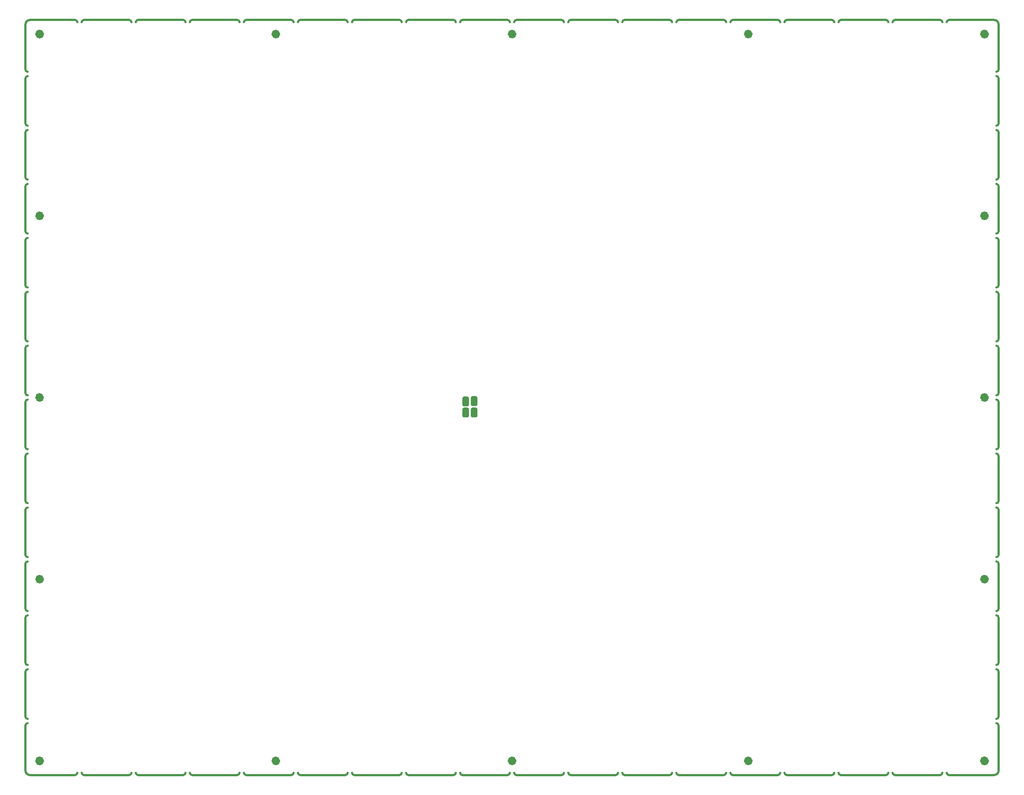
<source format=gbp>
G04 #@! TF.GenerationSoftware,KiCad,Pcbnew,7.0.1.1-36-gbcf78dbe24-dirty-deb11*
G04 #@! TF.CreationDate,2023-05-13T09:09:28+00:00*
G04 #@! TF.ProjectId,stencil,7374656e-6369-46c2-9e6b-696361645f70,2.0.0*
G04 #@! TF.SameCoordinates,Original*
G04 #@! TF.FileFunction,Paste,Bot*
G04 #@! TF.FilePolarity,Positive*
%FSLAX46Y46*%
G04 Gerber Fmt 4.6, Leading zero omitted, Abs format (unit mm)*
G04 Created by KiCad (PCBNEW 7.0.1.1-36-gbcf78dbe24-dirty-deb11) date 2023-05-13 09:09:28*
%MOMM*%
%LPD*%
G01*
G04 APERTURE LIST*
G04 Aperture macros list*
%AMRoundRect*
0 Rectangle with rounded corners*
0 $1 Rounding radius*
0 $2 $3 $4 $5 $6 $7 $8 $9 X,Y pos of 4 corners*
0 Add a 4 corners polygon primitive as box body*
4,1,4,$2,$3,$4,$5,$6,$7,$8,$9,$2,$3,0*
0 Add four circle primitives for the rounded corners*
1,1,$1+$1,$2,$3*
1,1,$1+$1,$4,$5*
1,1,$1+$1,$6,$7*
1,1,$1+$1,$8,$9*
0 Add four rect primitives between the rounded corners*
20,1,$1+$1,$2,$3,$4,$5,0*
20,1,$1+$1,$4,$5,$6,$7,0*
20,1,$1+$1,$6,$7,$8,$9,0*
20,1,$1+$1,$8,$9,$2,$3,0*%
G04 Aperture macros list end*
%ADD10C,0.500000*%
%ADD11C,1.000000*%
%ADD12C,1.050000*%
%ADD13RoundRect,0.381000X0.381000X-0.762000X0.381000X0.762000X-0.381000X0.762000X-0.381000X-0.762000X0*%
G04 APERTURE END LIST*
D10*
X109388900Y139000000D02*
G75*
G03*
X108888884Y139500000I-500000J0D01*
G01*
X197000000Y138500000D02*
G75*
G03*
X196000000Y139500000I-1000000J0D01*
G01*
X47166700Y139000000D02*
G75*
G03*
X46666664Y139500000I-500000J0D01*
G01*
X85500000Y-34000000D02*
G75*
G03*
X85999996Y-34500000I500000J0D01*
G01*
D11*
X194250000Y94375000D02*
G75*
G03*
X194250000Y94375000I-500000J0D01*
G01*
D10*
X11333332Y139499968D02*
G75*
G03*
X10833332Y139000000I-32J-499968D01*
G01*
D11*
X-23250000Y94375000D02*
G75*
G03*
X-23250000Y94375000I-500000J0D01*
G01*
D10*
X-27000000Y1785719D02*
X-27000000Y-8642852D01*
X83999996Y-34499996D02*
G75*
G03*
X84499996Y-34000000I4J499996D01*
G01*
X147722200Y-34000000D02*
G75*
G03*
X148222216Y-34500000I500000J0D01*
G01*
X-15555556Y-34500004D02*
G75*
G03*
X-15055556Y-34000000I-4J500004D01*
G01*
X171111104Y-34500004D02*
G75*
G03*
X171611104Y-34000000I-4J500004D01*
G01*
X-27000000Y113642858D02*
X-27000000Y103214287D01*
X197000048Y-10642852D02*
G75*
G03*
X196500000Y-10142852I-500048J-48D01*
G01*
X-27000000Y90785716D02*
G75*
G03*
X-26500000Y90285716I500001J1D01*
G01*
X-27000000Y26642861D02*
X-27000000Y16214290D01*
X-26500000Y14714290D02*
G75*
G03*
X-27000000Y14214290I1J-500001D01*
G01*
X98444440Y139500000D02*
X108888884Y139500000D01*
X21777776Y-34499976D02*
G75*
G03*
X22277776Y-34000000I24J499976D01*
G01*
X-27000000Y53500003D02*
G75*
G03*
X-26500000Y53000003I500001J1D01*
G01*
X-27000000Y78357145D02*
G75*
G03*
X-26500000Y77857145I500001J1D01*
G01*
X61111108Y139500000D02*
X71555552Y139500000D01*
X-27000000Y103214287D02*
G75*
G03*
X-26500000Y102714287I500001J1D01*
G01*
X196999958Y113642858D02*
G75*
G03*
X196500000Y114142858I-499958J42D01*
G01*
X85999996Y139500000D02*
X96444440Y139500000D01*
X-27000000Y138500000D02*
X-27000000Y128071429D01*
X34222220Y-34500020D02*
G75*
G03*
X34722220Y-34000000I-20J500020D01*
G01*
X9333332Y-34500032D02*
G75*
G03*
X9833332Y-34000000I-32J500032D01*
G01*
X197000019Y1785719D02*
G75*
G03*
X196500000Y2285719I-500019J-19D01*
G01*
X9833300Y139000000D02*
G75*
G03*
X9333332Y139500000I-500000J0D01*
G01*
X196500000Y3285700D02*
G75*
G03*
X197000000Y3785719I0J500000D01*
G01*
X185555548Y139499952D02*
G75*
G03*
X185055548Y139000000I-48J-499952D01*
G01*
X-15055560Y139000000D02*
G75*
G03*
X-15555556Y139500000I-500000J0D01*
G01*
D11*
X194250000Y52500000D02*
G75*
G03*
X194250000Y52500000I-500000J0D01*
G01*
D10*
X197000000Y51500003D02*
X197000000Y41071432D01*
X48666664Y139500000D02*
X59111108Y139500000D01*
X-27000000Y63928574D02*
X-27000000Y53500003D01*
X-26500000Y-22571423D02*
G75*
G03*
X-27000000Y-23071423I1J-500001D01*
G01*
X173111104Y-34500000D02*
X183555548Y-34500000D01*
X135777772Y139500028D02*
G75*
G03*
X135277772Y139000000I28J-500028D01*
G01*
X196500000Y-9142900D02*
G75*
G03*
X197000000Y-8642852I0J500000D01*
G01*
X197000000Y76357145D02*
X197000000Y65928574D01*
X96444440Y-34500040D02*
G75*
G03*
X96944440Y-34000000I-40J500040D01*
G01*
X197000045Y76357145D02*
G75*
G03*
X196500000Y76857145I-500045J-45D01*
G01*
X59111108Y-34500008D02*
G75*
G03*
X59611108Y-34000000I-8J500008D01*
G01*
X171611100Y139000000D02*
G75*
G03*
X171111104Y139500000I-500000J0D01*
G01*
X85999996Y-34500000D02*
X96444440Y-34500000D01*
X148222216Y-34500000D02*
X158666660Y-34500000D01*
X197000000Y-10642852D02*
X197000000Y-21071423D01*
X197000000Y138500000D02*
X197000000Y128071429D01*
X196500000Y115142900D02*
G75*
G03*
X197000000Y115642858I0J500000D01*
G01*
X172611100Y-34000000D02*
G75*
G03*
X173111104Y-34500000I500000J0D01*
G01*
X197000003Y51500003D02*
G75*
G03*
X196500000Y52000003I-500003J-3D01*
G01*
X23777776Y139500024D02*
G75*
G03*
X23277776Y139000000I24J-500024D01*
G01*
X-26500000Y126571429D02*
G75*
G03*
X-27000000Y126071429I1J-500001D01*
G01*
X-27000000Y101214287D02*
X-27000000Y90785716D01*
D11*
X-23250000Y52500000D02*
G75*
G03*
X-23250000Y52500000I-500000J0D01*
G01*
D10*
X196000000Y-34500000D02*
G75*
G03*
X197000000Y-33500000I0J1000000D01*
G01*
X22277800Y139000000D02*
G75*
G03*
X21777776Y139500000I-500000J0D01*
G01*
X196500000Y65428600D02*
G75*
G03*
X197000000Y65928574I0J500000D01*
G01*
X148222216Y139499984D02*
G75*
G03*
X147722216Y139000000I-16J-499984D01*
G01*
X184055500Y139000000D02*
G75*
G03*
X183555548Y139500000I-500000J0D01*
G01*
X121333328Y-34500028D02*
G75*
G03*
X121833328Y-34000000I-28J500028D01*
G01*
X23777776Y-34500000D02*
X34222220Y-34500000D01*
X196500000Y53000000D02*
G75*
G03*
X197000000Y53500003I0J500000D01*
G01*
X35722200Y-34000000D02*
G75*
G03*
X36222220Y-34500000I500000J0D01*
G01*
X197000000Y26642861D02*
X197000000Y16214290D01*
X110888884Y139500000D02*
X121333328Y139500000D01*
X185055500Y-34000000D02*
G75*
G03*
X185555548Y-34500000I500000J0D01*
G01*
X196999977Y-23071423D02*
G75*
G03*
X196500000Y-22571423I-499977J23D01*
G01*
X196500000Y77857100D02*
G75*
G03*
X197000000Y78357145I0J500000D01*
G01*
X123333328Y-34500000D02*
X133777772Y-34500000D01*
X97944400Y-34000000D02*
G75*
G03*
X98444440Y-34500000I500000J0D01*
G01*
X110388900Y-34000000D02*
G75*
G03*
X110888884Y-34500000I500000J0D01*
G01*
X-26500000Y27142861D02*
G75*
G03*
X-27000000Y26642861I1J-500001D01*
G01*
X108888884Y-34499984D02*
G75*
G03*
X109388884Y-34000000I16J499984D01*
G01*
X197000016Y88785716D02*
G75*
G03*
X196500000Y89285716I-500016J-16D01*
G01*
X-26500000Y2285719D02*
G75*
G03*
X-27000000Y1785719I1J-500001D01*
G01*
X-26500000Y52000003D02*
G75*
G03*
X-27000000Y51500003I1J-500001D01*
G01*
X34722200Y139000000D02*
G75*
G03*
X34222220Y139500000I-500000J0D01*
G01*
D12*
X-23225000Y136250000D02*
G75*
G03*
X-23225000Y136250000I-525000J0D01*
G01*
D10*
X72055600Y139000000D02*
G75*
G03*
X71555552Y139500000I-500000J0D01*
G01*
X121833300Y139000000D02*
G75*
G03*
X121333328Y139500000I-500000J0D01*
G01*
X-27000000Y28642861D02*
G75*
G03*
X-26500000Y28142861I500001J1D01*
G01*
X36222220Y-34500000D02*
X46666664Y-34500000D01*
X-27000000Y126071429D02*
X-27000000Y115642858D01*
X-26500000Y39571432D02*
G75*
G03*
X-27000000Y39071432I1J-500001D01*
G01*
X36222220Y139500000D02*
X46666664Y139500000D01*
X-1111112Y-34500000D02*
X9333332Y-34500000D01*
X122833300Y-34000000D02*
G75*
G03*
X123333328Y-34500000I500000J0D01*
G01*
X98444440Y139499960D02*
G75*
G03*
X97944440Y139000000I-40J-499960D01*
G01*
X197000000Y14214290D02*
X197000000Y3785719D01*
X196500000Y28142900D02*
G75*
G03*
X197000000Y28642861I0J500000D01*
G01*
X197000032Y39071432D02*
G75*
G03*
X196500000Y39571432I-500032J-32D01*
G01*
D11*
X139875000Y136250000D02*
G75*
G03*
X139875000Y136250000I-500000J0D01*
G01*
D10*
X146222216Y-34500016D02*
G75*
G03*
X146722216Y-34000000I-16J500016D01*
G01*
X-27000000Y16214290D02*
G75*
G03*
X-26500000Y15714290I500001J1D01*
G01*
D11*
X31125000Y136250000D02*
G75*
G03*
X31125000Y136250000I-500000J0D01*
G01*
D10*
X-27000000Y-10642852D02*
X-27000000Y-21071423D01*
X-26000000Y139500000D02*
G75*
G03*
X-27000000Y138500000I-1J-999999D01*
G01*
X98444440Y-34500000D02*
X108888884Y-34500000D01*
X-27000000Y-21071423D02*
G75*
G03*
X-26500000Y-21571423I500001J1D01*
G01*
X-27000000Y88785716D02*
X-27000000Y78357145D01*
X-14055550Y-34000000D02*
G75*
G03*
X-13555556Y-34500000I500000J0D01*
G01*
X23777776Y139500000D02*
X34222220Y139500000D01*
X135777772Y-34500000D02*
X146222216Y-34500000D01*
X197000000Y113642858D02*
X197000000Y103214287D01*
X-27000000Y76357145D02*
X-27000000Y65928574D01*
X-1611100Y-34000000D02*
G75*
G03*
X-1111112Y-34500000I500000J0D01*
G01*
X46666664Y-34499964D02*
G75*
G03*
X47166664Y-34000000I36J499964D01*
G01*
X159166700Y139000000D02*
G75*
G03*
X158666660Y139500000I-500000J0D01*
G01*
X135777772Y139500000D02*
X146222216Y139500000D01*
X61111108Y139499992D02*
G75*
G03*
X60611108Y139000000I-8J-499992D01*
G01*
D11*
X-23250000Y10625000D02*
G75*
G03*
X-23250000Y10625000I-500000J0D01*
G01*
D10*
X197000000Y88785716D02*
X197000000Y78357145D01*
X-26000000Y-34500000D02*
X-15555556Y-34500000D01*
X-26500000Y76857145D02*
G75*
G03*
X-27000000Y76357145I1J-500001D01*
G01*
X148222216Y139500000D02*
X158666660Y139500000D01*
X185555548Y-34500000D02*
X195999992Y-34500000D01*
D11*
X85500000Y-31250000D02*
G75*
G03*
X85500000Y-31250000I-500000J0D01*
G01*
D10*
X-13555556Y-34500000D02*
X-3111112Y-34500000D01*
X197000000Y39071432D02*
X197000000Y28642861D01*
X-27000000Y39071432D02*
X-27000000Y28642861D01*
X-13555556Y139500006D02*
G75*
G03*
X-14055556Y139000000I6J-500006D01*
G01*
X185555548Y139500000D02*
X195999992Y139500000D01*
X110888884Y-34500000D02*
X121333328Y-34500000D01*
X146722200Y139000000D02*
G75*
G03*
X146222216Y139500000I-500000J0D01*
G01*
X48666664Y-34500000D02*
X59111108Y-34500000D01*
X196999990Y14214290D02*
G75*
G03*
X196500000Y14714290I-499990J10D01*
G01*
X196500000Y102714300D02*
G75*
G03*
X197000000Y103214287I0J500000D01*
G01*
X59611100Y139000000D02*
G75*
G03*
X59111108Y139500000I-500000J0D01*
G01*
X11333332Y139500000D02*
X21777776Y139500000D01*
X197000000Y126071429D02*
X197000000Y115642858D01*
X196999987Y101214287D02*
G75*
G03*
X196500000Y101714287I-499987J13D01*
G01*
X-27000000Y115642858D02*
G75*
G03*
X-26500000Y115142858I500001J1D01*
G01*
X196500000Y15714300D02*
G75*
G03*
X197000000Y16214290I0J500000D01*
G01*
D12*
X194275000Y136250000D02*
G75*
G03*
X194275000Y136250000I-525000J0D01*
G01*
D10*
X196999961Y26642861D02*
G75*
G03*
X196500000Y27142861I-499961J39D01*
G01*
X-27000000Y3785719D02*
G75*
G03*
X-26500000Y3285719I500001J1D01*
G01*
X71555552Y-34499952D02*
G75*
G03*
X72055552Y-34000000I48J499952D01*
G01*
X-27000000Y-23071423D02*
X-27000000Y-33499994D01*
X-26500000Y114142858D02*
G75*
G03*
X-27000000Y113642858I1J-500001D01*
G01*
X160166700Y-34000000D02*
G75*
G03*
X160666660Y-34500000I500000J0D01*
G01*
X73555552Y-34500000D02*
X83999996Y-34500000D01*
X-2611100Y139000000D02*
G75*
G03*
X-3111112Y139500000I-500000J0D01*
G01*
D12*
X194275000Y-31250000D02*
G75*
G03*
X194275000Y-31250000I-525000J0D01*
G01*
D10*
X173111104Y139500000D02*
X183555548Y139500000D01*
X11333332Y-34500000D02*
X21777776Y-34500000D01*
D11*
X85500000Y136250000D02*
G75*
G03*
X85500000Y136250000I-500000J0D01*
G01*
D10*
X-26500000Y101714287D02*
G75*
G03*
X-27000000Y101214287I1J-500001D01*
G01*
X160666660Y139500040D02*
G75*
G03*
X160166660Y139000000I40J-500040D01*
G01*
X-1111112Y139500012D02*
G75*
G03*
X-1611112Y139000000I12J-500012D01*
G01*
X133777772Y-34499972D02*
G75*
G03*
X134277772Y-34000000I28J499972D01*
G01*
X197000000Y-23071423D02*
X197000000Y-33499994D01*
X196500000Y127571400D02*
G75*
G03*
X197000000Y128071429I0J500000D01*
G01*
X196500000Y40571400D02*
G75*
G03*
X197000000Y41071432I0J500000D01*
G01*
X134277800Y139000000D02*
G75*
G03*
X133777772Y139500000I-500000J0D01*
G01*
X84500000Y139000000D02*
G75*
G03*
X83999996Y139500000I-500000J0D01*
G01*
X160666660Y139500000D02*
X171111104Y139500000D01*
X10833300Y-34000000D02*
G75*
G03*
X11333332Y-34500000I500000J0D01*
G01*
X-26500000Y64428574D02*
G75*
G03*
X-27000000Y63928574I1J-500001D01*
G01*
X-13555556Y139500000D02*
X-3111112Y139500000D01*
X196500000Y90285700D02*
G75*
G03*
X197000000Y90785716I0J500000D01*
G01*
X96944400Y139000000D02*
G75*
G03*
X96444440Y139500000I-500000J0D01*
G01*
X158666660Y-34499960D02*
G75*
G03*
X159166660Y-34000000I40J499960D01*
G01*
X197000000Y63928574D02*
X197000000Y53500003D01*
X23277800Y-34000000D02*
G75*
G03*
X23777776Y-34500000I500000J0D01*
G01*
X123333328Y139500000D02*
X133777772Y139500000D01*
X-26500000Y-10142852D02*
G75*
G03*
X-27000000Y-10642852I1J-500001D01*
G01*
X-26000000Y139500000D02*
X-15555556Y139500000D01*
X-1111112Y139500000D02*
X9333332Y139500000D01*
X173111104Y139499996D02*
G75*
G03*
X172611104Y139000000I-4J-499996D01*
G01*
X61111108Y-34500000D02*
X71555552Y-34500000D01*
X-27000000Y128071429D02*
G75*
G03*
X-26500000Y127571429I500001J1D01*
G01*
D11*
X139875000Y-31250000D02*
G75*
G03*
X139875000Y-31250000I-500000J0D01*
G01*
D10*
X73055600Y-34000000D02*
G75*
G03*
X73555552Y-34500000I500000J0D01*
G01*
X183555548Y-34500048D02*
G75*
G03*
X184055548Y-34000000I-48J500048D01*
G01*
X197000000Y101214287D02*
X197000000Y90785716D01*
X-27000000Y41071432D02*
G75*
G03*
X-26500000Y40571432I500001J1D01*
G01*
X85999996Y139500004D02*
G75*
G03*
X85499996Y139000000I4J-500004D01*
G01*
X-3111112Y-34499988D02*
G75*
G03*
X-2611112Y-34000000I12J499988D01*
G01*
X-27000000Y51500003D02*
X-27000000Y41071432D01*
X-27000000Y65928574D02*
G75*
G03*
X-26500000Y65428574I500001J1D01*
G01*
X73555552Y139500000D02*
X83999996Y139500000D01*
X-27000000Y-33500000D02*
G75*
G03*
X-26000000Y-34500000I999999J-1D01*
G01*
X-27000000Y14214290D02*
X-27000000Y3785719D01*
X73555552Y139500048D02*
G75*
G03*
X73055552Y139000000I48J-500048D01*
G01*
X48166700Y-34000000D02*
G75*
G03*
X48666664Y-34500000I500000J0D01*
G01*
X48666664Y139500036D02*
G75*
G03*
X48166664Y139000000I36J-500036D01*
G01*
X197000029Y126071429D02*
G75*
G03*
X196500000Y126571429I-500029J-29D01*
G01*
X36222220Y139499980D02*
G75*
G03*
X35722220Y139000000I-20J-499980D01*
G01*
X160666660Y-34500000D02*
X171111104Y-34500000D01*
X110888884Y139500016D02*
G75*
G03*
X110388884Y139000000I16J-500016D01*
G01*
X135277800Y-34000000D02*
G75*
G03*
X135777772Y-34500000I500000J0D01*
G01*
X-26500000Y89285716D02*
G75*
G03*
X-27000000Y88785716I1J-500001D01*
G01*
D12*
X-23225000Y-31250000D02*
G75*
G03*
X-23225000Y-31250000I-525000J0D01*
G01*
D10*
X196500000Y-21571400D02*
G75*
G03*
X197000000Y-21071423I0J500000D01*
G01*
X-27000000Y-8642852D02*
G75*
G03*
X-26500000Y-9142852I500001J1D01*
G01*
X123333328Y139499972D02*
G75*
G03*
X122833328Y139000000I-28J-499972D01*
G01*
D11*
X194250000Y10625000D02*
G75*
G03*
X194250000Y10625000I-500000J0D01*
G01*
D10*
X197000000Y1785719D02*
X197000000Y-8642852D01*
D11*
X31125000Y-31250000D02*
G75*
G03*
X31125000Y-31250000I-500000J0D01*
G01*
D10*
X60611100Y-34000000D02*
G75*
G03*
X61111108Y-34500000I500000J0D01*
G01*
X196999974Y63928574D02*
G75*
G03*
X196500000Y64428574I-499974J26D01*
G01*
D13*
G04 #@! TO.C,F3*
X74310000Y49000000D03*
X74310000Y51600000D03*
G04 #@! TD*
G04 #@! TO.C,F2*
X76240000Y49010000D03*
X76240000Y51610000D03*
G04 #@! TD*
M02*

</source>
